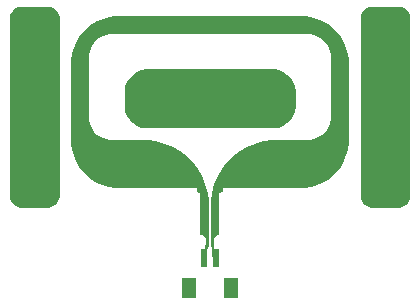
<source format=gbr>
%TF.GenerationSoftware,KiCad,Pcbnew,9.0.0*%
%TF.CreationDate,2025-03-14T13:21:38-04:00*%
%TF.ProjectId,IngestibleCapsule-Antennae,496e6765-7374-4696-926c-654361707375,rev?*%
%TF.SameCoordinates,Original*%
%TF.FileFunction,Copper,L1,Top*%
%TF.FilePolarity,Positive*%
%FSLAX46Y46*%
G04 Gerber Fmt 4.6, Leading zero omitted, Abs format (unit mm)*
G04 Created by KiCad (PCBNEW 9.0.0) date 2025-03-14 13:21:38*
%MOMM*%
%LPD*%
G01*
G04 APERTURE LIST*
%TA.AperFunction,NonConductor*%
%ADD10C,0.000000*%
%TD*%
%TA.AperFunction,Conductor*%
%ADD11C,0.000000*%
%TD*%
%TA.AperFunction,SMDPad,CuDef*%
%ADD12R,0.600000X1.550000*%
%TD*%
%TA.AperFunction,SMDPad,CuDef*%
%ADD13R,1.200000X1.800000*%
%TD*%
%TA.AperFunction,Conductor*%
%ADD14C,0.200000*%
%TD*%
G04 APERTURE END LIST*
D10*
%TA.AperFunction,NonConductor*%
G36*
X36566740Y-39413290D02*
G01*
X36748850Y-39488730D01*
X36912680Y-39598200D01*
X37051880Y-39737390D01*
X37161350Y-39901220D01*
X37236790Y-40083340D01*
X37275140Y-40276380D01*
X37275140Y-40374930D01*
X37275140Y-55374900D01*
X37275140Y-55473460D01*
X37236790Y-55666500D01*
X37161350Y-55848610D01*
X37051880Y-56012440D01*
X36912680Y-56151640D01*
X36748850Y-56261110D01*
X36566740Y-56336550D01*
X36373700Y-56374900D01*
X36275140Y-56374900D01*
X34075250Y-56374900D01*
X33976700Y-56374900D01*
X33783400Y-56336550D01*
X33601540Y-56261110D01*
X33437710Y-56151640D01*
X33298260Y-56012440D01*
X33189040Y-55848610D01*
X33113610Y-55666500D01*
X33075000Y-55473460D01*
X33075250Y-55374900D01*
X33075250Y-40374930D01*
X33075000Y-40276380D01*
X33113610Y-40083340D01*
X33189040Y-39901220D01*
X33298260Y-39737390D01*
X33437710Y-39598200D01*
X33601540Y-39488730D01*
X33783400Y-39413290D01*
X33976700Y-39374940D01*
X34075250Y-39374940D01*
X36373700Y-39374940D01*
X36566740Y-39413290D01*
G37*
%TD.AperFunction*%
%TA.AperFunction,NonConductor*%
G36*
X66266700Y-39413290D02*
G01*
X66448820Y-39488730D01*
X66612650Y-39598200D01*
X66751840Y-39737390D01*
X66861320Y-39901220D01*
X66936750Y-40083340D01*
X66975110Y-40276380D01*
X66975110Y-40374930D01*
X66975110Y-55374900D01*
X66975110Y-55473460D01*
X66936750Y-55666500D01*
X66861320Y-55848610D01*
X66751840Y-56012440D01*
X66612650Y-56151640D01*
X66448820Y-56261110D01*
X66266700Y-56336550D01*
X66073660Y-56374900D01*
X65975110Y-56374900D01*
X63775220Y-56374900D01*
X63676660Y-56374900D01*
X63483370Y-56336550D01*
X63301510Y-56261110D01*
X63137680Y-56151640D01*
X62998480Y-56012440D01*
X62889010Y-55848610D01*
X62813570Y-55666750D01*
X62775220Y-55473460D01*
X62775220Y-55374900D01*
X62775220Y-40374930D01*
X62775220Y-40276380D01*
X62813570Y-40083340D01*
X62889010Y-39901220D01*
X62998480Y-39737390D01*
X63137680Y-39598200D01*
X63301510Y-39488730D01*
X63483370Y-39413290D01*
X63676660Y-39374940D01*
X63775220Y-39374940D01*
X65975110Y-39374940D01*
X66073660Y-39374940D01*
X66266700Y-39413290D01*
G37*
%TD.AperFunction*%
D11*
%TA.AperFunction,Conductor*%
%TO.N,/D_RFN*%
G36*
X58532040Y-40243360D02*
G01*
X59038770Y-40379000D01*
X59523150Y-40579660D01*
X59977300Y-40842040D01*
X60393100Y-41161060D01*
X60763940Y-41531900D01*
X61083220Y-41947960D01*
X61345340Y-42401850D01*
X61546000Y-42886490D01*
X61681640Y-43392960D01*
X61750220Y-43912650D01*
X61750220Y-44175030D01*
X61750220Y-50674890D01*
X61750220Y-50937020D01*
X61681640Y-51456950D01*
X61546000Y-51963430D01*
X61345340Y-52447810D01*
X61083220Y-52901960D01*
X60763940Y-53318010D01*
X60393100Y-53688850D01*
X59977300Y-54007880D01*
X59523150Y-54270000D01*
X59038520Y-54470660D01*
X58532040Y-54606550D01*
X58012360Y-54674880D01*
X51100000Y-54674880D01*
X51100000Y-55074930D01*
X50800030Y-55175010D01*
X50800030Y-58674870D01*
X50704520Y-58684270D01*
X50527990Y-58757420D01*
X50392610Y-58892800D01*
X50319460Y-59069330D01*
X50310060Y-59164840D01*
X50310060Y-59175000D01*
X50310060Y-59464810D01*
X50200080Y-59976370D01*
X50100000Y-59474970D01*
X50100000Y-59175000D01*
X50100000Y-56175000D01*
X50100000Y-55814320D01*
X50194240Y-55099570D01*
X50380930Y-54403100D01*
X50656770Y-53737110D01*
X51017200Y-53112780D01*
X51456110Y-52540770D01*
X51965890Y-52030990D01*
X52537890Y-51592080D01*
X53162230Y-51231660D01*
X53828470Y-50955560D01*
X54524940Y-50769120D01*
X55239690Y-50674890D01*
X58250100Y-50674890D01*
X58446190Y-50665240D01*
X58830740Y-50588780D01*
X59192950Y-50438670D01*
X59518830Y-50220990D01*
X59796200Y-49943620D01*
X60013880Y-49617740D01*
X60163990Y-49255540D01*
X60240440Y-48870980D01*
X60250100Y-48674890D01*
X60250100Y-43674900D01*
X60240440Y-43478810D01*
X60163990Y-43094260D01*
X60013880Y-42732050D01*
X59796200Y-42406170D01*
X59518830Y-42128800D01*
X59192950Y-41911130D01*
X58830740Y-41761010D01*
X58446190Y-41684560D01*
X58250100Y-41674910D01*
X41750010Y-41674910D01*
X41554170Y-41684560D01*
X41169620Y-41761010D01*
X40807410Y-41911130D01*
X40481280Y-42128800D01*
X40204160Y-42406170D01*
X39986230Y-42732050D01*
X39836370Y-43094260D01*
X39759660Y-43478810D01*
X39750010Y-43674900D01*
X39750010Y-48674890D01*
X39759660Y-48870980D01*
X39836370Y-49255540D01*
X39986230Y-49617740D01*
X40204160Y-49943620D01*
X40481280Y-50220990D01*
X40807410Y-50438670D01*
X41169620Y-50588780D01*
X41554170Y-50665240D01*
X41750010Y-50674890D01*
X44400240Y-50674890D01*
X44760670Y-50674890D01*
X45475420Y-50769120D01*
X46171890Y-50955560D01*
X46837880Y-51231660D01*
X47462210Y-51592080D01*
X48034220Y-52030990D01*
X48544250Y-52540770D01*
X48982910Y-53112780D01*
X49343590Y-53737110D01*
X49619430Y-54403100D01*
X49806120Y-55099570D01*
X49900100Y-55814320D01*
X49900100Y-56175000D01*
X49900100Y-59175000D01*
X49900100Y-59474970D01*
X49800030Y-59976370D01*
X49690050Y-59464810D01*
X49690050Y-59175000D01*
X49690050Y-59164840D01*
X49680650Y-59069330D01*
X49607500Y-58892800D01*
X49472370Y-58757420D01*
X49295840Y-58684270D01*
X49200080Y-58674870D01*
X49200080Y-55175010D01*
X48900110Y-55074930D01*
X48900110Y-54674880D01*
X42250130Y-54674880D01*
X41988000Y-54674880D01*
X41468070Y-54606550D01*
X40961590Y-54470660D01*
X40477210Y-54270000D01*
X40023060Y-54007880D01*
X39607010Y-53688850D01*
X39236420Y-53318010D01*
X38917140Y-52901960D01*
X38655020Y-52447810D01*
X38454360Y-51963430D01*
X38318470Y-51456950D01*
X38250140Y-50937020D01*
X38250140Y-50674890D01*
X38250140Y-44175030D01*
X38250140Y-43912650D01*
X38318470Y-43392960D01*
X38454360Y-42886490D01*
X38655020Y-42402110D01*
X38917140Y-41947960D01*
X39236420Y-41531900D01*
X39607010Y-41161060D01*
X40023060Y-40842040D01*
X40477210Y-40579660D01*
X40961590Y-40379000D01*
X41468070Y-40243360D01*
X41988000Y-40175040D01*
X57750230Y-40175040D01*
X58012360Y-40175040D01*
X58532040Y-40243360D01*
G37*
%TD.AperFunction*%
D10*
%TA.AperFunction,NonConductor*%
G36*
X55858540Y-44751860D02*
G01*
X56222530Y-44902480D01*
X56549930Y-45121430D01*
X56828570Y-45400070D01*
X57047520Y-45727480D01*
X57198390Y-46091460D01*
X57275100Y-46478050D01*
X57275100Y-46674900D01*
X57275100Y-47674890D01*
X57275100Y-47872000D01*
X57198390Y-48258330D01*
X57047520Y-48622310D01*
X56828570Y-48949720D01*
X56549930Y-49228360D01*
X56222530Y-49447310D01*
X55858540Y-49598180D01*
X55472210Y-49674890D01*
X55275110Y-49674890D01*
X44775000Y-49674890D01*
X44578150Y-49674890D01*
X44191820Y-49598180D01*
X43827830Y-49447310D01*
X43500170Y-49228360D01*
X43221540Y-48949720D01*
X43002840Y-48622310D01*
X42851970Y-48258330D01*
X42775000Y-47872000D01*
X42775000Y-47674890D01*
X42775000Y-46674900D01*
X42775000Y-46478050D01*
X42851970Y-46091460D01*
X43002840Y-45727480D01*
X43221540Y-45400070D01*
X43500170Y-45121430D01*
X43827830Y-44902480D01*
X44191820Y-44751860D01*
X44578150Y-44674900D01*
X44775000Y-44674900D01*
X55275110Y-44674900D01*
X55472210Y-44674900D01*
X55858540Y-44751860D01*
G37*
%TD.AperFunction*%
%TD*%
D12*
%TO.P,J1,1,Pin_1*%
%TO.N,/D_RFN*%
X49500000Y-60663000D03*
%TO.P,J1,2,Pin_2*%
X50500000Y-60663000D03*
D13*
%TO.P,J1,MP1*%
%TO.N,N/C*%
X48200000Y-63188000D03*
%TO.P,J1,MP2*%
X51800000Y-63188000D03*
%TD*%
D14*
%TO.N,/D_RFN*%
X49500000Y-60663000D02*
X49700000Y-60463000D01*
X49700000Y-60463000D02*
X49700000Y-59580000D01*
X50300000Y-60463000D02*
X50300000Y-59570000D01*
X50300000Y-59570000D02*
X50200000Y-59470000D01*
X50500000Y-60663000D02*
X50300000Y-60463000D01*
X49700000Y-59580000D02*
X49770000Y-59510000D01*
%TD*%
M02*

</source>
